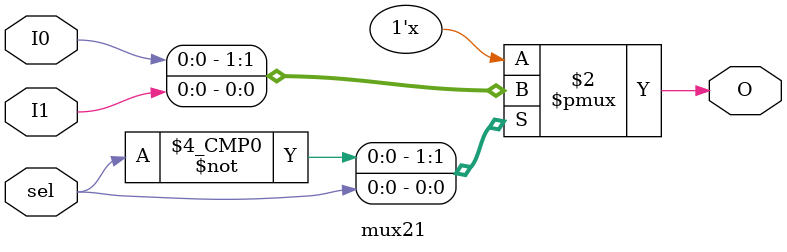
<source format=v>
`timescale 1ns / 1ps

module mux21 (
        input wire sel,   // Señal de selección
        input wire I0,    // Entrada 0
        input wire I1,    // Entrada 1
        output reg O      // Salida
    );
    
    always @(*) begin
        case (sel)
            1'b0: O = I0;
            1'b1: O = I1;
            default: O = 1'b0; // Valor por defecto para evitar latch
        endcase
    end
endmodule

</source>
